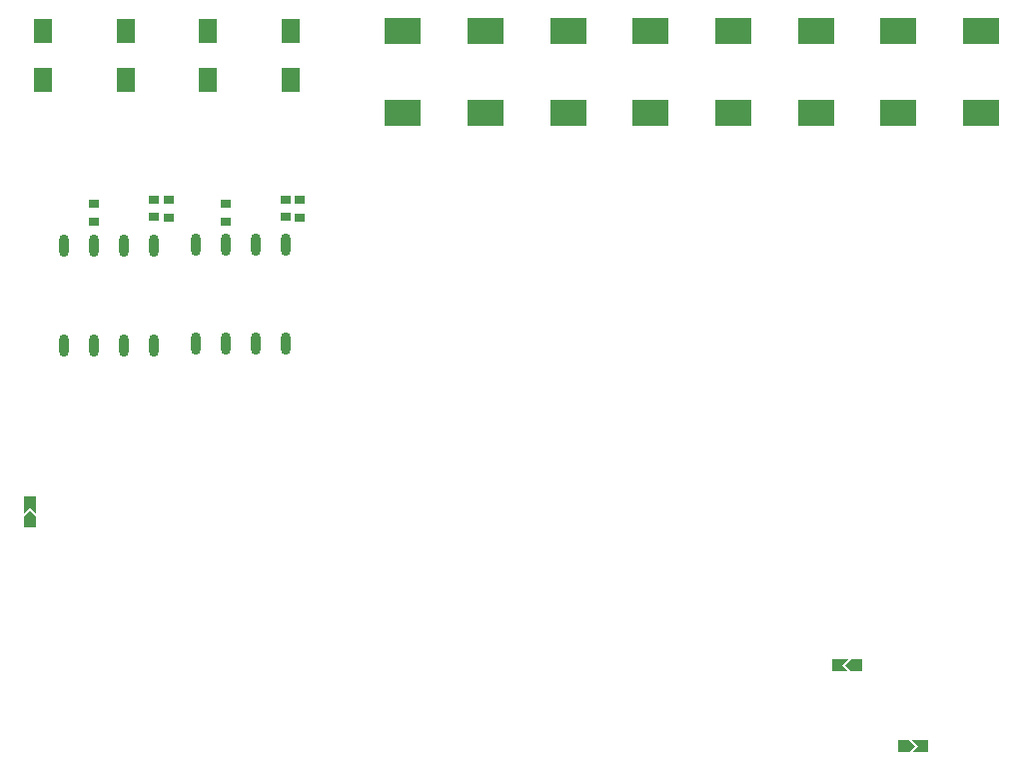
<source format=gbp>
G04*
G04 #@! TF.GenerationSoftware,Altium Limited,Altium Designer,23.1.1 (15)*
G04*
G04 Layer_Color=128*
%FSLAX44Y44*%
%MOMM*%
G71*
G04*
G04 #@! TF.SameCoordinates,834500F6-C2E4-4EAC-996A-B368302F4D9C*
G04*
G04*
G04 #@! TF.FilePolarity,Positive*
G04*
G01*
G75*
%ADD44R,0.9000X0.7000*%
%ADD48O,0.8500X1.9000*%
%ADD52R,0.9000X0.8000*%
%ADD149R,0.8128X1.0160*%
%ADD150R,1.0160X0.8128*%
%ADD151R,3.1500X2.2500*%
%ADD152R,1.5000X2.1000*%
G36*
X326590Y262446D02*
X321510Y267526D01*
X316430Y262446D01*
Y270065D01*
X326590D01*
Y262446D01*
D02*
G37*
G36*
Y259905D02*
Y257365D01*
X316430D01*
Y259905D01*
X321510Y264986D01*
X326590Y259905D01*
D02*
G37*
G36*
X1019746Y128270D02*
X1017206D01*
X1012126Y133350D01*
X1017206Y138430D01*
X1019746D01*
Y128270D01*
D02*
G37*
G36*
X1009586Y133350D02*
X1014667Y128270D01*
X1007047D01*
Y133350D01*
Y138430D01*
X1014667D01*
X1009586Y133350D01*
D02*
G37*
G36*
X1076516Y65245D02*
Y60165D01*
X1068895D01*
X1073976Y65245D01*
X1068895Y70325D01*
X1076516D01*
Y65245D01*
D02*
G37*
G36*
X1071435D02*
X1066356Y60165D01*
X1063816D01*
Y70325D01*
X1066356D01*
X1071435Y65245D01*
D02*
G37*
D44*
X375412Y524390D02*
D03*
Y509390D02*
D03*
X438658Y513200D02*
D03*
Y528200D02*
D03*
X486918Y524390D02*
D03*
Y509390D02*
D03*
X550164Y513200D02*
D03*
Y528200D02*
D03*
D48*
X350012Y488786D02*
D03*
X400812D02*
D03*
X426212D02*
D03*
X350012Y404786D02*
D03*
X375412D02*
D03*
X400812D02*
D03*
X426212D02*
D03*
X375412Y488786D02*
D03*
X461772Y490056D02*
D03*
X512572D02*
D03*
X537972D02*
D03*
X461772Y406056D02*
D03*
X487172D02*
D03*
X512572D02*
D03*
X537972D02*
D03*
X487172Y490056D02*
D03*
D52*
X426212Y513700D02*
D03*
Y527700D02*
D03*
X537972D02*
D03*
Y513700D02*
D03*
D149*
X1078420Y65245D02*
D03*
X1061275D02*
D03*
X1005142Y133350D02*
D03*
X1022287D02*
D03*
D150*
X321510Y271971D02*
D03*
Y254825D02*
D03*
D151*
X847344Y601770D02*
D03*
Y670770D02*
D03*
X1126998D02*
D03*
Y601770D02*
D03*
X1057148Y670770D02*
D03*
Y601770D02*
D03*
X987298Y670770D02*
D03*
Y601770D02*
D03*
X917194Y670770D02*
D03*
Y601770D02*
D03*
X777240D02*
D03*
Y670770D02*
D03*
X707136Y601770D02*
D03*
Y670770D02*
D03*
X637286Y601770D02*
D03*
Y670770D02*
D03*
D152*
X332232Y671494D02*
D03*
Y629494D02*
D03*
X402082Y671494D02*
D03*
Y629494D02*
D03*
X472186Y671494D02*
D03*
Y629494D02*
D03*
X542290D02*
D03*
Y671494D02*
D03*
M02*

</source>
